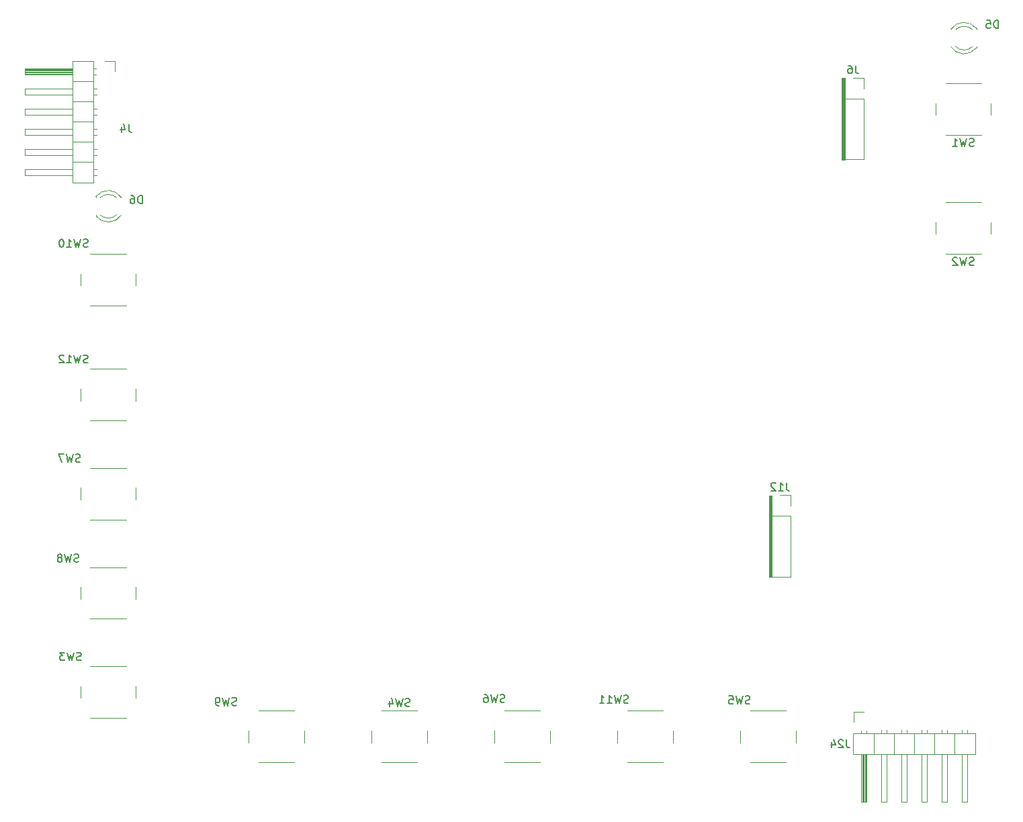
<source format=gbr>
G04 #@! TF.GenerationSoftware,KiCad,Pcbnew,(5.1.5-0-10_14)*
G04 #@! TF.CreationDate,2020-05-31T11:52:53+02:00*
G04 #@! TF.ProjectId,Main_Board_v1_2_smd,4d61696e-5f42-46f6-9172-645f76315f32,rev?*
G04 #@! TF.SameCoordinates,Original*
G04 #@! TF.FileFunction,Legend,Bot*
G04 #@! TF.FilePolarity,Positive*
%FSLAX46Y46*%
G04 Gerber Fmt 4.6, Leading zero omitted, Abs format (unit mm)*
G04 Created by KiCad (PCBNEW (5.1.5-0-10_14)) date 2020-05-31 11:52:53*
%MOMM*%
%LPD*%
G04 APERTURE LIST*
%ADD10C,0.120000*%
%ADD11C,0.100000*%
%ADD12C,0.150000*%
G04 APERTURE END LIST*
D10*
X128087854Y-121599383D02*
X128087854Y-122869383D01*
X129357854Y-121599383D02*
X128087854Y-121599383D01*
X142437854Y-123912312D02*
X142437854Y-124309383D01*
X141677854Y-123912312D02*
X141677854Y-124309383D01*
X142437854Y-132969383D02*
X142437854Y-126969383D01*
X141677854Y-132969383D02*
X142437854Y-132969383D01*
X141677854Y-126969383D02*
X141677854Y-132969383D01*
X140787854Y-124309383D02*
X140787854Y-126969383D01*
X139897854Y-123912312D02*
X139897854Y-124309383D01*
X139137854Y-123912312D02*
X139137854Y-124309383D01*
X139897854Y-132969383D02*
X139897854Y-126969383D01*
X139137854Y-132969383D02*
X139897854Y-132969383D01*
X139137854Y-126969383D02*
X139137854Y-132969383D01*
X138247854Y-124309383D02*
X138247854Y-126969383D01*
X137357854Y-123912312D02*
X137357854Y-124309383D01*
X136597854Y-123912312D02*
X136597854Y-124309383D01*
X137357854Y-132969383D02*
X137357854Y-126969383D01*
X136597854Y-132969383D02*
X137357854Y-132969383D01*
X136597854Y-126969383D02*
X136597854Y-132969383D01*
X135707854Y-124309383D02*
X135707854Y-126969383D01*
X134817854Y-123912312D02*
X134817854Y-124309383D01*
X134057854Y-123912312D02*
X134057854Y-124309383D01*
X134817854Y-132969383D02*
X134817854Y-126969383D01*
X134057854Y-132969383D02*
X134817854Y-132969383D01*
X134057854Y-126969383D02*
X134057854Y-132969383D01*
X133167854Y-124309383D02*
X133167854Y-126969383D01*
X132277854Y-123912312D02*
X132277854Y-124309383D01*
X131517854Y-123912312D02*
X131517854Y-124309383D01*
X132277854Y-132969383D02*
X132277854Y-126969383D01*
X131517854Y-132969383D02*
X132277854Y-132969383D01*
X131517854Y-126969383D02*
X131517854Y-132969383D01*
X130627854Y-124309383D02*
X130627854Y-126969383D01*
X129737854Y-123979383D02*
X129737854Y-124309383D01*
X128977854Y-123979383D02*
X128977854Y-124309383D01*
X129637854Y-126969383D02*
X129637854Y-132969383D01*
X129517854Y-126969383D02*
X129517854Y-132969383D01*
X129397854Y-126969383D02*
X129397854Y-132969383D01*
X129277854Y-126969383D02*
X129277854Y-132969383D01*
X129157854Y-126969383D02*
X129157854Y-132969383D01*
X129037854Y-126969383D02*
X129037854Y-132969383D01*
X129737854Y-132969383D02*
X129737854Y-126969383D01*
X128977854Y-132969383D02*
X129737854Y-132969383D01*
X128977854Y-126969383D02*
X128977854Y-132969383D01*
X128027854Y-126969383D02*
X128027854Y-124309383D01*
X143387854Y-126969383D02*
X128027854Y-126969383D01*
X143387854Y-124309383D02*
X143387854Y-126969383D01*
X128027854Y-124309383D02*
X143387854Y-124309383D01*
X34977854Y-39599383D02*
X33707854Y-39599383D01*
X34977854Y-40869383D02*
X34977854Y-39599383D01*
X32664925Y-53949383D02*
X32267854Y-53949383D01*
X32664925Y-53189383D02*
X32267854Y-53189383D01*
X23607854Y-53949383D02*
X29607854Y-53949383D01*
X23607854Y-53189383D02*
X23607854Y-53949383D01*
X29607854Y-53189383D02*
X23607854Y-53189383D01*
X32267854Y-52299383D02*
X29607854Y-52299383D01*
X32664925Y-51409383D02*
X32267854Y-51409383D01*
X32664925Y-50649383D02*
X32267854Y-50649383D01*
X23607854Y-51409383D02*
X29607854Y-51409383D01*
X23607854Y-50649383D02*
X23607854Y-51409383D01*
X29607854Y-50649383D02*
X23607854Y-50649383D01*
X32267854Y-49759383D02*
X29607854Y-49759383D01*
X32664925Y-48869383D02*
X32267854Y-48869383D01*
X32664925Y-48109383D02*
X32267854Y-48109383D01*
X23607854Y-48869383D02*
X29607854Y-48869383D01*
X23607854Y-48109383D02*
X23607854Y-48869383D01*
X29607854Y-48109383D02*
X23607854Y-48109383D01*
X32267854Y-47219383D02*
X29607854Y-47219383D01*
X32664925Y-46329383D02*
X32267854Y-46329383D01*
X32664925Y-45569383D02*
X32267854Y-45569383D01*
X23607854Y-46329383D02*
X29607854Y-46329383D01*
X23607854Y-45569383D02*
X23607854Y-46329383D01*
X29607854Y-45569383D02*
X23607854Y-45569383D01*
X32267854Y-44679383D02*
X29607854Y-44679383D01*
X32664925Y-43789383D02*
X32267854Y-43789383D01*
X32664925Y-43029383D02*
X32267854Y-43029383D01*
X23607854Y-43789383D02*
X29607854Y-43789383D01*
X23607854Y-43029383D02*
X23607854Y-43789383D01*
X29607854Y-43029383D02*
X23607854Y-43029383D01*
X32267854Y-42139383D02*
X29607854Y-42139383D01*
X32597854Y-41249383D02*
X32267854Y-41249383D01*
X32597854Y-40489383D02*
X32267854Y-40489383D01*
X29607854Y-41149383D02*
X23607854Y-41149383D01*
X29607854Y-41029383D02*
X23607854Y-41029383D01*
X29607854Y-40909383D02*
X23607854Y-40909383D01*
X29607854Y-40789383D02*
X23607854Y-40789383D01*
X29607854Y-40669383D02*
X23607854Y-40669383D01*
X29607854Y-40549383D02*
X23607854Y-40549383D01*
X23607854Y-41249383D02*
X29607854Y-41249383D01*
X23607854Y-40489383D02*
X23607854Y-41249383D01*
X29607854Y-40489383D02*
X23607854Y-40489383D01*
X29607854Y-39539383D02*
X32267854Y-39539383D01*
X29607854Y-54899383D02*
X29607854Y-39539383D01*
X32267854Y-54899383D02*
X29607854Y-54899383D01*
X32267854Y-39539383D02*
X32267854Y-54899383D01*
X67307854Y-125469383D02*
X67307854Y-123969383D01*
X68557854Y-121469383D02*
X73057854Y-121469383D01*
X74307854Y-123969383D02*
X74307854Y-125469383D01*
X73057854Y-127969383D02*
X68557854Y-127969383D01*
X30607854Y-82369383D02*
X30607854Y-80869383D01*
X31857854Y-78369383D02*
X36357854Y-78369383D01*
X37607854Y-80869383D02*
X37607854Y-82369383D01*
X36357854Y-84869383D02*
X31857854Y-84869383D01*
X98307854Y-125469383D02*
X98307854Y-123969383D01*
X99557854Y-121469383D02*
X104057854Y-121469383D01*
X105307854Y-123969383D02*
X105307854Y-125469383D01*
X104057854Y-127969383D02*
X99557854Y-127969383D01*
X30607854Y-67869383D02*
X30607854Y-66369383D01*
X31857854Y-63869383D02*
X36357854Y-63869383D01*
X37607854Y-66369383D02*
X37607854Y-67869383D01*
X36357854Y-70369383D02*
X31857854Y-70369383D01*
X51807854Y-125469383D02*
X51807854Y-123969383D01*
X53057854Y-121469383D02*
X57557854Y-121469383D01*
X58807854Y-123969383D02*
X58807854Y-125469383D01*
X57557854Y-127969383D02*
X53057854Y-127969383D01*
X30607854Y-107369383D02*
X30607854Y-105869383D01*
X31857854Y-103369383D02*
X36357854Y-103369383D01*
X37607854Y-105869383D02*
X37607854Y-107369383D01*
X36357854Y-109869383D02*
X31857854Y-109869383D01*
X30607854Y-94869383D02*
X30607854Y-93369383D01*
X31857854Y-90869383D02*
X36357854Y-90869383D01*
X37607854Y-93369383D02*
X37607854Y-94869383D01*
X36357854Y-97369383D02*
X31857854Y-97369383D01*
X82807854Y-125469383D02*
X82807854Y-123969383D01*
X84057854Y-121469383D02*
X88557854Y-121469383D01*
X89807854Y-123969383D02*
X89807854Y-125469383D01*
X88557854Y-127969383D02*
X84057854Y-127969383D01*
X113807854Y-125469383D02*
X113807854Y-123969383D01*
X115057854Y-121469383D02*
X119557854Y-121469383D01*
X120807854Y-123969383D02*
X120807854Y-125469383D01*
X119557854Y-127969383D02*
X115057854Y-127969383D01*
X30607854Y-119869383D02*
X30607854Y-118369383D01*
X31857854Y-115869383D02*
X36357854Y-115869383D01*
X37607854Y-118369383D02*
X37607854Y-119869383D01*
X36357854Y-122369383D02*
X31857854Y-122369383D01*
X32567854Y-56789383D02*
X32567854Y-56633383D01*
X32567854Y-59105383D02*
X32567854Y-58949383D01*
X35168984Y-56789546D02*
G75*
G03X33086893Y-56789383I-1041130J-1079837D01*
G01*
X35168984Y-58949220D02*
G75*
G02X33086893Y-58949383I-1041130J1079837D01*
G01*
X35800189Y-56790775D02*
G75*
G03X32567854Y-56633867I-1672335J-1078608D01*
G01*
X35800189Y-58947991D02*
G75*
G02X32567854Y-59104899I-1672335J1078608D01*
G01*
X145397954Y-59869383D02*
X145397954Y-61369383D01*
X144147954Y-63869383D02*
X139647954Y-63869383D01*
X138397954Y-61369383D02*
X138397954Y-59869383D01*
X139647954Y-57369383D02*
X144147954Y-57369383D01*
X145397954Y-44869383D02*
X145397954Y-46369383D01*
X144147954Y-48869383D02*
X139647954Y-48869383D01*
X138397954Y-46369383D02*
X138397954Y-44869383D01*
X139647954Y-42369383D02*
X144147954Y-42369383D01*
X143547854Y-37749383D02*
X143547854Y-37905383D01*
X143547854Y-35433383D02*
X143547854Y-35589383D01*
X140946724Y-37749220D02*
G75*
G03X143028815Y-37749383I1041130J1079837D01*
G01*
X140946724Y-35589546D02*
G75*
G02X143028815Y-35589383I1041130J-1079837D01*
G01*
X140315519Y-37747991D02*
G75*
G03X143547854Y-37904899I1672335J1078608D01*
G01*
X140315519Y-35590775D02*
G75*
G02X143547854Y-35433867I1672335J-1078608D01*
G01*
D11*
G36*
X117397854Y-104607383D02*
G01*
X117797854Y-104607383D01*
X117797854Y-94307383D01*
X117397854Y-94307383D01*
X117397854Y-104607383D01*
G37*
X117397854Y-104607383D02*
X117797854Y-104607383D01*
X117797854Y-94307383D01*
X117397854Y-94307383D01*
X117397854Y-104607383D01*
G36*
X117497854Y-104507383D02*
G01*
X117697854Y-104507383D01*
X117697854Y-94307383D01*
X117497854Y-94307383D01*
X117497854Y-104507383D01*
G37*
X117497854Y-104507383D02*
X117697854Y-104507383D01*
X117697854Y-94307383D01*
X117497854Y-94307383D01*
X117497854Y-104507383D01*
D10*
X120127854Y-94277383D02*
X118797854Y-94277383D01*
X120127854Y-95607383D02*
X120127854Y-94277383D01*
X120127854Y-96877383D02*
X117467854Y-96877383D01*
X117467854Y-96877383D02*
X117467854Y-104557383D01*
X120127854Y-96877383D02*
X120127854Y-104557383D01*
X120127854Y-104557383D02*
X117467854Y-104557383D01*
D11*
G36*
X126600000Y-52000000D02*
G01*
X127000000Y-52000000D01*
X127000000Y-41700000D01*
X126600000Y-41700000D01*
X126600000Y-52000000D01*
G37*
X126600000Y-52000000D02*
X127000000Y-52000000D01*
X127000000Y-41700000D01*
X126600000Y-41700000D01*
X126600000Y-52000000D01*
G36*
X126700000Y-51900000D02*
G01*
X126900000Y-51900000D01*
X126900000Y-41700000D01*
X126700000Y-41700000D01*
X126700000Y-51900000D01*
G37*
X126700000Y-51900000D02*
X126900000Y-51900000D01*
X126900000Y-41700000D01*
X126700000Y-41700000D01*
X126700000Y-51900000D01*
D10*
X129330000Y-41670000D02*
X128000000Y-41670000D01*
X129330000Y-43000000D02*
X129330000Y-41670000D01*
X129330000Y-44270000D02*
X126670000Y-44270000D01*
X126670000Y-44270000D02*
X126670000Y-51950000D01*
X129330000Y-44270000D02*
X129330000Y-51950000D01*
X129330000Y-51950000D02*
X126670000Y-51950000D01*
D12*
X127167377Y-125121763D02*
X127167377Y-125836049D01*
X127214996Y-125978906D01*
X127310234Y-126074144D01*
X127453092Y-126121763D01*
X127548330Y-126121763D01*
X126738806Y-125217002D02*
X126691187Y-125169383D01*
X126595949Y-125121763D01*
X126357854Y-125121763D01*
X126262615Y-125169383D01*
X126214996Y-125217002D01*
X126167377Y-125312240D01*
X126167377Y-125407478D01*
X126214996Y-125550335D01*
X126786425Y-126121763D01*
X126167377Y-126121763D01*
X125310234Y-125455097D02*
X125310234Y-126121763D01*
X125548330Y-125074144D02*
X125786425Y-125788430D01*
X125167377Y-125788430D01*
X36691187Y-47521763D02*
X36691187Y-48236049D01*
X36738806Y-48378906D01*
X36834044Y-48474144D01*
X36976901Y-48521763D01*
X37072139Y-48521763D01*
X35786425Y-47855097D02*
X35786425Y-48521763D01*
X36024520Y-47474144D02*
X36262615Y-48188430D01*
X35643568Y-48188430D01*
X72141187Y-120874144D02*
X71998330Y-120921763D01*
X71760234Y-120921763D01*
X71664996Y-120874144D01*
X71617377Y-120826525D01*
X71569758Y-120731287D01*
X71569758Y-120636049D01*
X71617377Y-120540811D01*
X71664996Y-120493192D01*
X71760234Y-120445573D01*
X71950711Y-120397954D01*
X72045949Y-120350335D01*
X72093568Y-120302716D01*
X72141187Y-120207478D01*
X72141187Y-120112240D01*
X72093568Y-120017002D01*
X72045949Y-119969383D01*
X71950711Y-119921763D01*
X71712615Y-119921763D01*
X71569758Y-119969383D01*
X71236425Y-119921763D02*
X70998330Y-120921763D01*
X70807854Y-120207478D01*
X70617377Y-120921763D01*
X70379282Y-119921763D01*
X69569758Y-120255097D02*
X69569758Y-120921763D01*
X69807854Y-119874144D02*
X70045949Y-120588430D01*
X69426901Y-120588430D01*
X31567377Y-77574144D02*
X31424520Y-77621763D01*
X31186425Y-77621763D01*
X31091187Y-77574144D01*
X31043568Y-77526525D01*
X30995949Y-77431287D01*
X30995949Y-77336049D01*
X31043568Y-77240811D01*
X31091187Y-77193192D01*
X31186425Y-77145573D01*
X31376901Y-77097954D01*
X31472139Y-77050335D01*
X31519758Y-77002716D01*
X31567377Y-76907478D01*
X31567377Y-76812240D01*
X31519758Y-76717002D01*
X31472139Y-76669383D01*
X31376901Y-76621763D01*
X31138806Y-76621763D01*
X30995949Y-76669383D01*
X30662615Y-76621763D02*
X30424520Y-77621763D01*
X30234044Y-76907478D01*
X30043568Y-77621763D01*
X29805473Y-76621763D01*
X28900711Y-77621763D02*
X29472139Y-77621763D01*
X29186425Y-77621763D02*
X29186425Y-76621763D01*
X29281663Y-76764621D01*
X29376901Y-76859859D01*
X29472139Y-76907478D01*
X28519758Y-76717002D02*
X28472139Y-76669383D01*
X28376901Y-76621763D01*
X28138806Y-76621763D01*
X28043568Y-76669383D01*
X27995949Y-76717002D01*
X27948330Y-76812240D01*
X27948330Y-76907478D01*
X27995949Y-77050335D01*
X28567377Y-77621763D01*
X27948330Y-77621763D01*
X99667377Y-120474144D02*
X99524520Y-120521763D01*
X99286425Y-120521763D01*
X99191187Y-120474144D01*
X99143568Y-120426525D01*
X99095949Y-120331287D01*
X99095949Y-120236049D01*
X99143568Y-120140811D01*
X99191187Y-120093192D01*
X99286425Y-120045573D01*
X99476901Y-119997954D01*
X99572139Y-119950335D01*
X99619758Y-119902716D01*
X99667377Y-119807478D01*
X99667377Y-119712240D01*
X99619758Y-119617002D01*
X99572139Y-119569383D01*
X99476901Y-119521763D01*
X99238806Y-119521763D01*
X99095949Y-119569383D01*
X98762615Y-119521763D02*
X98524520Y-120521763D01*
X98334044Y-119807478D01*
X98143568Y-120521763D01*
X97905473Y-119521763D01*
X97000711Y-120521763D02*
X97572139Y-120521763D01*
X97286425Y-120521763D02*
X97286425Y-119521763D01*
X97381663Y-119664621D01*
X97476901Y-119759859D01*
X97572139Y-119807478D01*
X96048330Y-120521763D02*
X96619758Y-120521763D01*
X96334044Y-120521763D02*
X96334044Y-119521763D01*
X96429282Y-119664621D01*
X96524520Y-119759859D01*
X96619758Y-119807478D01*
X31567377Y-62974144D02*
X31424520Y-63021763D01*
X31186425Y-63021763D01*
X31091187Y-62974144D01*
X31043568Y-62926525D01*
X30995949Y-62831287D01*
X30995949Y-62736049D01*
X31043568Y-62640811D01*
X31091187Y-62593192D01*
X31186425Y-62545573D01*
X31376901Y-62497954D01*
X31472139Y-62450335D01*
X31519758Y-62402716D01*
X31567377Y-62307478D01*
X31567377Y-62212240D01*
X31519758Y-62117002D01*
X31472139Y-62069383D01*
X31376901Y-62021763D01*
X31138806Y-62021763D01*
X30995949Y-62069383D01*
X30662615Y-62021763D02*
X30424520Y-63021763D01*
X30234044Y-62307478D01*
X30043568Y-63021763D01*
X29805473Y-62021763D01*
X28900711Y-63021763D02*
X29472139Y-63021763D01*
X29186425Y-63021763D02*
X29186425Y-62021763D01*
X29281663Y-62164621D01*
X29376901Y-62259859D01*
X29472139Y-62307478D01*
X28281663Y-62021763D02*
X28186425Y-62021763D01*
X28091187Y-62069383D01*
X28043568Y-62117002D01*
X27995949Y-62212240D01*
X27948330Y-62402716D01*
X27948330Y-62640811D01*
X27995949Y-62831287D01*
X28043568Y-62926525D01*
X28091187Y-62974144D01*
X28186425Y-63021763D01*
X28281663Y-63021763D01*
X28376901Y-62974144D01*
X28424520Y-62926525D01*
X28472139Y-62831287D01*
X28519758Y-62640811D01*
X28519758Y-62402716D01*
X28472139Y-62212240D01*
X28424520Y-62117002D01*
X28376901Y-62069383D01*
X28281663Y-62021763D01*
X50291187Y-120774144D02*
X50148330Y-120821763D01*
X49910234Y-120821763D01*
X49814996Y-120774144D01*
X49767377Y-120726525D01*
X49719758Y-120631287D01*
X49719758Y-120536049D01*
X49767377Y-120440811D01*
X49814996Y-120393192D01*
X49910234Y-120345573D01*
X50100711Y-120297954D01*
X50195949Y-120250335D01*
X50243568Y-120202716D01*
X50291187Y-120107478D01*
X50291187Y-120012240D01*
X50243568Y-119917002D01*
X50195949Y-119869383D01*
X50100711Y-119821763D01*
X49862615Y-119821763D01*
X49719758Y-119869383D01*
X49386425Y-119821763D02*
X49148330Y-120821763D01*
X48957854Y-120107478D01*
X48767377Y-120821763D01*
X48529282Y-119821763D01*
X48100711Y-120821763D02*
X47910234Y-120821763D01*
X47814996Y-120774144D01*
X47767377Y-120726525D01*
X47672139Y-120583668D01*
X47624520Y-120393192D01*
X47624520Y-120012240D01*
X47672139Y-119917002D01*
X47719758Y-119869383D01*
X47814996Y-119821763D01*
X48005473Y-119821763D01*
X48100711Y-119869383D01*
X48148330Y-119917002D01*
X48195949Y-120012240D01*
X48195949Y-120250335D01*
X48148330Y-120345573D01*
X48100711Y-120393192D01*
X48005473Y-120440811D01*
X47814996Y-120440811D01*
X47719758Y-120393192D01*
X47672139Y-120345573D01*
X47624520Y-120250335D01*
X30391187Y-102674144D02*
X30248330Y-102721763D01*
X30010234Y-102721763D01*
X29914996Y-102674144D01*
X29867377Y-102626525D01*
X29819758Y-102531287D01*
X29819758Y-102436049D01*
X29867377Y-102340811D01*
X29914996Y-102293192D01*
X30010234Y-102245573D01*
X30200711Y-102197954D01*
X30295949Y-102150335D01*
X30343568Y-102102716D01*
X30391187Y-102007478D01*
X30391187Y-101912240D01*
X30343568Y-101817002D01*
X30295949Y-101769383D01*
X30200711Y-101721763D01*
X29962615Y-101721763D01*
X29819758Y-101769383D01*
X29486425Y-101721763D02*
X29248330Y-102721763D01*
X29057854Y-102007478D01*
X28867377Y-102721763D01*
X28629282Y-101721763D01*
X28105473Y-102150335D02*
X28200711Y-102102716D01*
X28248330Y-102055097D01*
X28295949Y-101959859D01*
X28295949Y-101912240D01*
X28248330Y-101817002D01*
X28200711Y-101769383D01*
X28105473Y-101721763D01*
X27914996Y-101721763D01*
X27819758Y-101769383D01*
X27772139Y-101817002D01*
X27724520Y-101912240D01*
X27724520Y-101959859D01*
X27772139Y-102055097D01*
X27819758Y-102102716D01*
X27914996Y-102150335D01*
X28105473Y-102150335D01*
X28200711Y-102197954D01*
X28248330Y-102245573D01*
X28295949Y-102340811D01*
X28295949Y-102531287D01*
X28248330Y-102626525D01*
X28200711Y-102674144D01*
X28105473Y-102721763D01*
X27914996Y-102721763D01*
X27819758Y-102674144D01*
X27772139Y-102626525D01*
X27724520Y-102531287D01*
X27724520Y-102340811D01*
X27772139Y-102245573D01*
X27819758Y-102197954D01*
X27914996Y-102150335D01*
X30591187Y-90074144D02*
X30448330Y-90121763D01*
X30210234Y-90121763D01*
X30114996Y-90074144D01*
X30067377Y-90026525D01*
X30019758Y-89931287D01*
X30019758Y-89836049D01*
X30067377Y-89740811D01*
X30114996Y-89693192D01*
X30210234Y-89645573D01*
X30400711Y-89597954D01*
X30495949Y-89550335D01*
X30543568Y-89502716D01*
X30591187Y-89407478D01*
X30591187Y-89312240D01*
X30543568Y-89217002D01*
X30495949Y-89169383D01*
X30400711Y-89121763D01*
X30162615Y-89121763D01*
X30019758Y-89169383D01*
X29686425Y-89121763D02*
X29448330Y-90121763D01*
X29257854Y-89407478D01*
X29067377Y-90121763D01*
X28829282Y-89121763D01*
X28543568Y-89121763D02*
X27876901Y-89121763D01*
X28305473Y-90121763D01*
X84091187Y-120374144D02*
X83948330Y-120421763D01*
X83710234Y-120421763D01*
X83614996Y-120374144D01*
X83567377Y-120326525D01*
X83519758Y-120231287D01*
X83519758Y-120136049D01*
X83567377Y-120040811D01*
X83614996Y-119993192D01*
X83710234Y-119945573D01*
X83900711Y-119897954D01*
X83995949Y-119850335D01*
X84043568Y-119802716D01*
X84091187Y-119707478D01*
X84091187Y-119612240D01*
X84043568Y-119517002D01*
X83995949Y-119469383D01*
X83900711Y-119421763D01*
X83662615Y-119421763D01*
X83519758Y-119469383D01*
X83186425Y-119421763D02*
X82948330Y-120421763D01*
X82757854Y-119707478D01*
X82567377Y-120421763D01*
X82329282Y-119421763D01*
X81519758Y-119421763D02*
X81710234Y-119421763D01*
X81805473Y-119469383D01*
X81853092Y-119517002D01*
X81948330Y-119659859D01*
X81995949Y-119850335D01*
X81995949Y-120231287D01*
X81948330Y-120326525D01*
X81900711Y-120374144D01*
X81805473Y-120421763D01*
X81614996Y-120421763D01*
X81519758Y-120374144D01*
X81472139Y-120326525D01*
X81424520Y-120231287D01*
X81424520Y-119993192D01*
X81472139Y-119897954D01*
X81519758Y-119850335D01*
X81614996Y-119802716D01*
X81805473Y-119802716D01*
X81900711Y-119850335D01*
X81948330Y-119897954D01*
X81995949Y-119993192D01*
X114991187Y-120574144D02*
X114848330Y-120621763D01*
X114610234Y-120621763D01*
X114514996Y-120574144D01*
X114467377Y-120526525D01*
X114419758Y-120431287D01*
X114419758Y-120336049D01*
X114467377Y-120240811D01*
X114514996Y-120193192D01*
X114610234Y-120145573D01*
X114800711Y-120097954D01*
X114895949Y-120050335D01*
X114943568Y-120002716D01*
X114991187Y-119907478D01*
X114991187Y-119812240D01*
X114943568Y-119717002D01*
X114895949Y-119669383D01*
X114800711Y-119621763D01*
X114562615Y-119621763D01*
X114419758Y-119669383D01*
X114086425Y-119621763D02*
X113848330Y-120621763D01*
X113657854Y-119907478D01*
X113467377Y-120621763D01*
X113229282Y-119621763D01*
X112372139Y-119621763D02*
X112848330Y-119621763D01*
X112895949Y-120097954D01*
X112848330Y-120050335D01*
X112753092Y-120002716D01*
X112514996Y-120002716D01*
X112419758Y-120050335D01*
X112372139Y-120097954D01*
X112324520Y-120193192D01*
X112324520Y-120431287D01*
X112372139Y-120526525D01*
X112419758Y-120574144D01*
X112514996Y-120621763D01*
X112753092Y-120621763D01*
X112848330Y-120574144D01*
X112895949Y-120526525D01*
X30691187Y-115074144D02*
X30548330Y-115121763D01*
X30310234Y-115121763D01*
X30214996Y-115074144D01*
X30167377Y-115026525D01*
X30119758Y-114931287D01*
X30119758Y-114836049D01*
X30167377Y-114740811D01*
X30214996Y-114693192D01*
X30310234Y-114645573D01*
X30500711Y-114597954D01*
X30595949Y-114550335D01*
X30643568Y-114502716D01*
X30691187Y-114407478D01*
X30691187Y-114312240D01*
X30643568Y-114217002D01*
X30595949Y-114169383D01*
X30500711Y-114121763D01*
X30262615Y-114121763D01*
X30119758Y-114169383D01*
X29786425Y-114121763D02*
X29548330Y-115121763D01*
X29357854Y-114407478D01*
X29167377Y-115121763D01*
X28929282Y-114121763D01*
X28643568Y-114121763D02*
X28024520Y-114121763D01*
X28357854Y-114502716D01*
X28214996Y-114502716D01*
X28119758Y-114550335D01*
X28072139Y-114597954D01*
X28024520Y-114693192D01*
X28024520Y-114931287D01*
X28072139Y-115026525D01*
X28119758Y-115074144D01*
X28214996Y-115121763D01*
X28500711Y-115121763D01*
X28595949Y-115074144D01*
X28643568Y-115026525D01*
X38395949Y-57521763D02*
X38395949Y-56521763D01*
X38157854Y-56521763D01*
X38014996Y-56569383D01*
X37919758Y-56664621D01*
X37872139Y-56759859D01*
X37824520Y-56950335D01*
X37824520Y-57093192D01*
X37872139Y-57283668D01*
X37919758Y-57378906D01*
X38014996Y-57474144D01*
X38157854Y-57521763D01*
X38395949Y-57521763D01*
X36967377Y-56521763D02*
X37157854Y-56521763D01*
X37253092Y-56569383D01*
X37300711Y-56617002D01*
X37395949Y-56759859D01*
X37443568Y-56950335D01*
X37443568Y-57331287D01*
X37395949Y-57426525D01*
X37348330Y-57474144D01*
X37253092Y-57521763D01*
X37062615Y-57521763D01*
X36967377Y-57474144D01*
X36919758Y-57426525D01*
X36872139Y-57331287D01*
X36872139Y-57093192D01*
X36919758Y-56997954D01*
X36967377Y-56950335D01*
X37062615Y-56902716D01*
X37253092Y-56902716D01*
X37348330Y-56950335D01*
X37395949Y-56997954D01*
X37443568Y-57093192D01*
X143231287Y-65274144D02*
X143088430Y-65321763D01*
X142850334Y-65321763D01*
X142755096Y-65274144D01*
X142707477Y-65226525D01*
X142659858Y-65131287D01*
X142659858Y-65036049D01*
X142707477Y-64940811D01*
X142755096Y-64893192D01*
X142850334Y-64845573D01*
X143040811Y-64797954D01*
X143136049Y-64750335D01*
X143183668Y-64702716D01*
X143231287Y-64607478D01*
X143231287Y-64512240D01*
X143183668Y-64417002D01*
X143136049Y-64369383D01*
X143040811Y-64321763D01*
X142802715Y-64321763D01*
X142659858Y-64369383D01*
X142326525Y-64321763D02*
X142088430Y-65321763D01*
X141897954Y-64607478D01*
X141707477Y-65321763D01*
X141469382Y-64321763D01*
X141136049Y-64417002D02*
X141088430Y-64369383D01*
X140993192Y-64321763D01*
X140755096Y-64321763D01*
X140659858Y-64369383D01*
X140612239Y-64417002D01*
X140564620Y-64512240D01*
X140564620Y-64607478D01*
X140612239Y-64750335D01*
X141183668Y-65321763D01*
X140564620Y-65321763D01*
X143231287Y-50274144D02*
X143088430Y-50321763D01*
X142850334Y-50321763D01*
X142755096Y-50274144D01*
X142707477Y-50226525D01*
X142659858Y-50131287D01*
X142659858Y-50036049D01*
X142707477Y-49940811D01*
X142755096Y-49893192D01*
X142850334Y-49845573D01*
X143040811Y-49797954D01*
X143136049Y-49750335D01*
X143183668Y-49702716D01*
X143231287Y-49607478D01*
X143231287Y-49512240D01*
X143183668Y-49417002D01*
X143136049Y-49369383D01*
X143040811Y-49321763D01*
X142802715Y-49321763D01*
X142659858Y-49369383D01*
X142326525Y-49321763D02*
X142088430Y-50321763D01*
X141897954Y-49607478D01*
X141707477Y-50321763D01*
X141469382Y-49321763D01*
X140564620Y-50321763D02*
X141136049Y-50321763D01*
X140850334Y-50321763D02*
X140850334Y-49321763D01*
X140945573Y-49464621D01*
X141040811Y-49559859D01*
X141136049Y-49607478D01*
X146295949Y-35421763D02*
X146295949Y-34421763D01*
X146057854Y-34421763D01*
X145914996Y-34469383D01*
X145819758Y-34564621D01*
X145772139Y-34659859D01*
X145724520Y-34850335D01*
X145724520Y-34993192D01*
X145772139Y-35183668D01*
X145819758Y-35278906D01*
X145914996Y-35374144D01*
X146057854Y-35421763D01*
X146295949Y-35421763D01*
X144819758Y-34421763D02*
X145295949Y-34421763D01*
X145343568Y-34897954D01*
X145295949Y-34850335D01*
X145200711Y-34802716D01*
X144962615Y-34802716D01*
X144867377Y-34850335D01*
X144819758Y-34897954D01*
X144772139Y-34993192D01*
X144772139Y-35231287D01*
X144819758Y-35326525D01*
X144867377Y-35374144D01*
X144962615Y-35421763D01*
X145200711Y-35421763D01*
X145295949Y-35374144D01*
X145343568Y-35326525D01*
X119607377Y-92729763D02*
X119607377Y-93444049D01*
X119654996Y-93586906D01*
X119750234Y-93682144D01*
X119893092Y-93729763D01*
X119988330Y-93729763D01*
X118607377Y-93729763D02*
X119178806Y-93729763D01*
X118893092Y-93729763D02*
X118893092Y-92729763D01*
X118988330Y-92872621D01*
X119083568Y-92967859D01*
X119178806Y-93015478D01*
X118226425Y-92825002D02*
X118178806Y-92777383D01*
X118083568Y-92729763D01*
X117845473Y-92729763D01*
X117750234Y-92777383D01*
X117702615Y-92825002D01*
X117654996Y-92920240D01*
X117654996Y-93015478D01*
X117702615Y-93158335D01*
X118274044Y-93729763D01*
X117654996Y-93729763D01*
X128333333Y-40122380D02*
X128333333Y-40836666D01*
X128380952Y-40979523D01*
X128476190Y-41074761D01*
X128619047Y-41122380D01*
X128714285Y-41122380D01*
X127428571Y-40122380D02*
X127619047Y-40122380D01*
X127714285Y-40170000D01*
X127761904Y-40217619D01*
X127857142Y-40360476D01*
X127904761Y-40550952D01*
X127904761Y-40931904D01*
X127857142Y-41027142D01*
X127809523Y-41074761D01*
X127714285Y-41122380D01*
X127523809Y-41122380D01*
X127428571Y-41074761D01*
X127380952Y-41027142D01*
X127333333Y-40931904D01*
X127333333Y-40693809D01*
X127380952Y-40598571D01*
X127428571Y-40550952D01*
X127523809Y-40503333D01*
X127714285Y-40503333D01*
X127809523Y-40550952D01*
X127857142Y-40598571D01*
X127904761Y-40693809D01*
M02*

</source>
